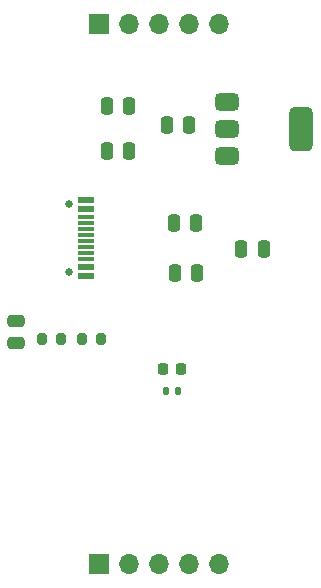
<source format=gbr>
%TF.GenerationSoftware,KiCad,Pcbnew,8.0.5*%
%TF.CreationDate,2024-11-24T13:21:31+05:30*%
%TF.ProjectId,usb_power,7573625f-706f-4776-9572-2e6b69636164,rev?*%
%TF.SameCoordinates,Original*%
%TF.FileFunction,Soldermask,Top*%
%TF.FilePolarity,Negative*%
%FSLAX46Y46*%
G04 Gerber Fmt 4.6, Leading zero omitted, Abs format (unit mm)*
G04 Created by KiCad (PCBNEW 8.0.5) date 2024-11-24 13:21:31*
%MOMM*%
%LPD*%
G01*
G04 APERTURE LIST*
G04 Aperture macros list*
%AMRoundRect*
0 Rectangle with rounded corners*
0 $1 Rounding radius*
0 $2 $3 $4 $5 $6 $7 $8 $9 X,Y pos of 4 corners*
0 Add a 4 corners polygon primitive as box body*
4,1,4,$2,$3,$4,$5,$6,$7,$8,$9,$2,$3,0*
0 Add four circle primitives for the rounded corners*
1,1,$1+$1,$2,$3*
1,1,$1+$1,$4,$5*
1,1,$1+$1,$6,$7*
1,1,$1+$1,$8,$9*
0 Add four rect primitives between the rounded corners*
20,1,$1+$1,$2,$3,$4,$5,0*
20,1,$1+$1,$4,$5,$6,$7,0*
20,1,$1+$1,$6,$7,$8,$9,0*
20,1,$1+$1,$8,$9,$2,$3,0*%
G04 Aperture macros list end*
%ADD10C,0.650000*%
%ADD11R,1.450000X0.600000*%
%ADD12R,1.450000X0.300000*%
%ADD13RoundRect,0.218750X-0.218750X-0.256250X0.218750X-0.256250X0.218750X0.256250X-0.218750X0.256250X0*%
%ADD14RoundRect,0.135000X0.135000X0.185000X-0.135000X0.185000X-0.135000X-0.185000X0.135000X-0.185000X0*%
%ADD15RoundRect,0.250000X0.250000X0.475000X-0.250000X0.475000X-0.250000X-0.475000X0.250000X-0.475000X0*%
%ADD16RoundRect,0.250000X-0.250000X-0.475000X0.250000X-0.475000X0.250000X0.475000X-0.250000X0.475000X0*%
%ADD17RoundRect,0.200000X-0.200000X-0.275000X0.200000X-0.275000X0.200000X0.275000X-0.200000X0.275000X0*%
%ADD18RoundRect,0.250000X-0.475000X0.250000X-0.475000X-0.250000X0.475000X-0.250000X0.475000X0.250000X0*%
%ADD19RoundRect,0.375000X-0.625000X-0.375000X0.625000X-0.375000X0.625000X0.375000X-0.625000X0.375000X0*%
%ADD20RoundRect,0.500000X-0.500000X-1.400000X0.500000X-1.400000X0.500000X1.400000X-0.500000X1.400000X0*%
%ADD21R,1.700000X1.700000*%
%ADD22O,1.700000X1.700000*%
G04 APERTURE END LIST*
D10*
%TO.C,J1*%
X53340000Y-66040000D03*
X53340000Y-71820000D03*
D11*
X54785000Y-65705000D03*
X54785000Y-66480000D03*
D12*
X54785000Y-67680000D03*
X54785000Y-68680000D03*
X54785000Y-69180000D03*
X54785000Y-70180000D03*
D11*
X54785000Y-71380000D03*
X54785000Y-72155000D03*
D12*
X54785000Y-70680000D03*
X54785000Y-69680000D03*
X54785000Y-68180000D03*
X54785000Y-67180000D03*
%TD*%
D13*
%TO.C,D1*%
X61290000Y-80010000D03*
X62865000Y-80010000D03*
%TD*%
D14*
%TO.C,R1*%
X62611000Y-81915000D03*
X61591000Y-81915000D03*
%TD*%
D15*
%TO.C,FB2*%
X63525000Y-59340000D03*
X61625000Y-59340000D03*
%TD*%
D16*
%TO.C,C1*%
X62229000Y-67660000D03*
X64129000Y-67660000D03*
%TD*%
D17*
%TO.C,R3*%
X54427200Y-77469800D03*
X56077200Y-77469800D03*
%TD*%
%TO.C,R4*%
X51049000Y-77469800D03*
X52699000Y-77469800D03*
%TD*%
D18*
%TO.C,C5*%
X48889000Y-75920000D03*
X48889000Y-77820000D03*
%TD*%
D16*
%TO.C,FB1*%
X67939000Y-69827000D03*
X69839000Y-69827000D03*
%TD*%
D19*
%TO.C,U2*%
X66725000Y-57390000D03*
X66725000Y-59690000D03*
X66725000Y-61990000D03*
D20*
X73025000Y-59690000D03*
%TD*%
D15*
%TO.C,C3*%
X58445000Y-57785000D03*
X56545000Y-57785000D03*
%TD*%
D16*
%TO.C,C2*%
X62295000Y-71851000D03*
X64195000Y-71851000D03*
%TD*%
D15*
%TO.C,C4*%
X58445000Y-61595000D03*
X56545000Y-61595000D03*
%TD*%
D21*
%TO.C,GND1*%
X55880000Y-96520000D03*
D22*
X58420000Y-96520000D03*
X60960000Y-96520000D03*
X63500000Y-96520000D03*
X66040000Y-96520000D03*
%TD*%
D21*
%TO.C,5V1*%
X55880000Y-50800000D03*
D22*
X58420000Y-50800000D03*
X60960000Y-50800000D03*
X63500000Y-50800000D03*
X66040000Y-50800000D03*
%TD*%
M02*

</source>
